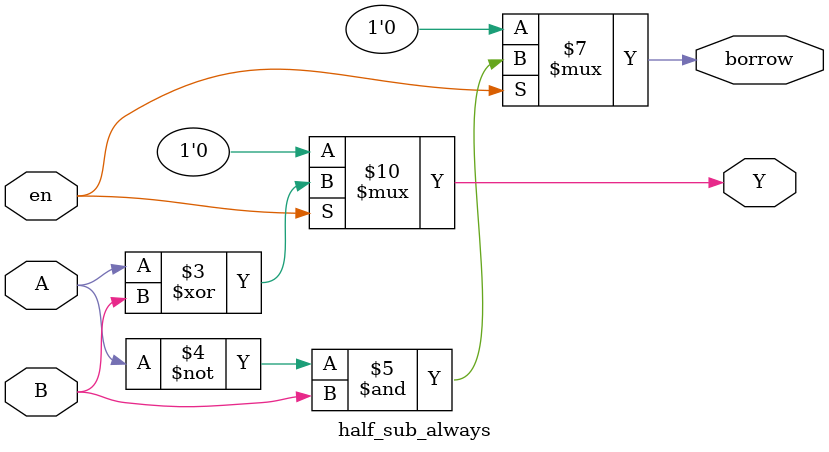
<source format=v>
`timescale 1ns / 1ps
`default_nettype none


module half_sub_always(
    input wire A,B,
    input wire en,
    output reg Y,borrow
    );
    
    always @(*) begin
        if (en == 1) begin 
            Y = (A ^ B);
            borrow = ((~(A)) & B);
        end 
        else begin 
            Y = 0;
            borrow = 0;
        end 
    end  
    
endmodule

</source>
